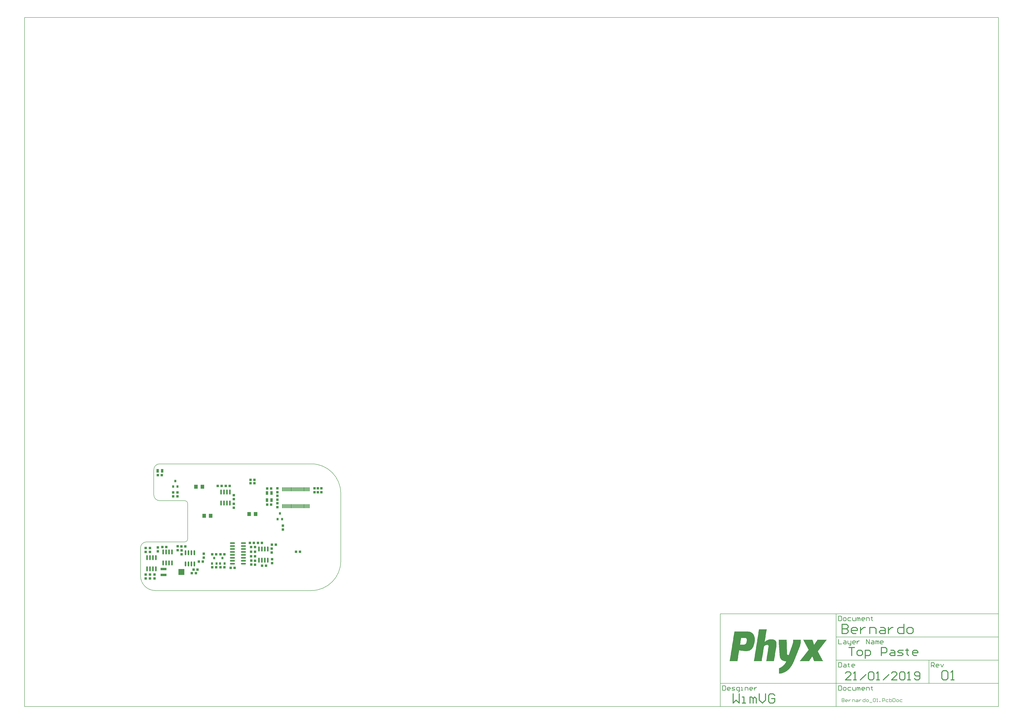
<source format=gtp>
G04*
G04 #@! TF.GenerationSoftware,Altium Limited,Altium Designer,18.1.9 (240)*
G04*
G04 Layer_Color=8421504*
%FSLAX25Y25*%
%MOIN*%
G70*
G01*
G75*
%ADD11C,0.00984*%
%ADD12C,0.00787*%
%ADD13C,0.00591*%
%ADD15C,0.01575*%
%ADD16R,0.03347X0.03937*%
%ADD17R,0.03347X0.03937*%
%ADD18R,0.04331X0.03937*%
%ADD19O,0.02362X0.08661*%
%ADD20R,0.06299X0.07087*%
%ADD21R,0.03937X0.04331*%
%ADD22O,0.08661X0.02362*%
%ADD23R,0.09843X0.03937*%
%ADD24R,0.09843X0.09843*%
%ADD25R,0.03937X0.05906*%
%ADD26R,0.01181X0.06890*%
G36*
X1032036Y-69688D02*
X1033754D01*
Y-69974D01*
X1034613D01*
Y-70260D01*
X1035472D01*
Y-70547D01*
X1036331D01*
Y-70833D01*
X1036904D01*
Y-71119D01*
X1037190D01*
Y-71406D01*
X1037763D01*
Y-71692D01*
X1038049D01*
Y-71978D01*
X1038622D01*
Y-72264D01*
X1038908D01*
Y-72551D01*
X1039194D01*
Y-72837D01*
X1039480D01*
Y-73123D01*
X1039767D01*
Y-73410D01*
X1040053D01*
Y-73696D01*
X1040339D01*
Y-73982D01*
Y-74269D01*
X1040626D01*
Y-74555D01*
X1040912D01*
Y-74841D01*
Y-75128D01*
X1041198D01*
Y-75414D01*
X1041485D01*
Y-75700D01*
Y-75987D01*
X1041771D01*
Y-76273D01*
Y-76559D01*
Y-76846D01*
X1042057D01*
Y-77132D01*
Y-77418D01*
Y-77704D01*
X1042344D01*
Y-77991D01*
Y-78277D01*
Y-78563D01*
Y-78850D01*
X1042630D01*
Y-79136D01*
Y-79422D01*
Y-79709D01*
Y-79995D01*
Y-80281D01*
X1042916D01*
Y-80568D01*
Y-80854D01*
Y-81140D01*
Y-81427D01*
Y-81713D01*
Y-81999D01*
Y-82285D01*
Y-82572D01*
Y-82858D01*
Y-83144D01*
Y-83431D01*
Y-83717D01*
Y-84003D01*
Y-84290D01*
Y-84576D01*
Y-84862D01*
Y-85149D01*
Y-85435D01*
Y-85721D01*
Y-86007D01*
X1042630D01*
Y-86294D01*
Y-86580D01*
Y-86866D01*
Y-87153D01*
Y-87439D01*
Y-87725D01*
Y-88012D01*
X1042344D01*
Y-88298D01*
Y-88584D01*
Y-88871D01*
Y-89157D01*
Y-89443D01*
X1042057D01*
Y-89730D01*
Y-90016D01*
Y-90302D01*
Y-90588D01*
Y-90875D01*
X1041771D01*
Y-91161D01*
Y-91448D01*
Y-91734D01*
X1041485D01*
Y-92020D01*
Y-92306D01*
Y-92593D01*
Y-92879D01*
X1041198D01*
Y-93165D01*
Y-93452D01*
Y-93738D01*
X1040912D01*
Y-94024D01*
Y-94311D01*
X1040626D01*
Y-94597D01*
Y-94883D01*
Y-95170D01*
X1040339D01*
Y-95456D01*
Y-95742D01*
X1040053D01*
Y-96029D01*
Y-96315D01*
X1039767D01*
Y-96601D01*
Y-96887D01*
X1039480D01*
Y-97174D01*
X1039194D01*
Y-97460D01*
Y-97746D01*
X1038908D01*
Y-98033D01*
X1038622D01*
Y-98319D01*
X1038335D01*
Y-98605D01*
Y-98892D01*
X1038049D01*
Y-99178D01*
X1037763D01*
Y-99464D01*
X1037476D01*
Y-99751D01*
X1037190D01*
Y-100037D01*
X1036904D01*
Y-100323D01*
X1036331D01*
Y-100610D01*
X1036045D01*
Y-100896D01*
X1035472D01*
Y-101182D01*
X1035186D01*
Y-101468D01*
X1034613D01*
Y-101755D01*
X1033754D01*
Y-102041D01*
X1032895D01*
Y-102327D01*
X1032036D01*
Y-102614D01*
X1030318D01*
Y-102900D01*
X1025165D01*
Y-102614D01*
X1022588D01*
Y-102327D01*
X1020584D01*
Y-102041D01*
X1019152D01*
Y-101755D01*
X1017721D01*
Y-101468D01*
X1016289D01*
Y-101755D01*
Y-102041D01*
Y-102327D01*
Y-102614D01*
Y-102900D01*
Y-103186D01*
Y-103473D01*
X1016003D01*
Y-103759D01*
Y-104045D01*
Y-104332D01*
Y-104618D01*
Y-104904D01*
Y-105191D01*
X1015716D01*
Y-105477D01*
Y-105763D01*
Y-106049D01*
Y-106336D01*
Y-106622D01*
Y-106908D01*
X1015430D01*
Y-107195D01*
Y-107481D01*
Y-107767D01*
Y-108054D01*
Y-108340D01*
Y-108626D01*
Y-108913D01*
X1015144D01*
Y-109199D01*
Y-109485D01*
Y-109772D01*
Y-110058D01*
Y-110344D01*
Y-110630D01*
X1014857D01*
Y-110917D01*
Y-111203D01*
Y-111489D01*
Y-111776D01*
Y-112062D01*
Y-112348D01*
X1014571D01*
Y-112635D01*
Y-112921D01*
Y-113207D01*
Y-113494D01*
Y-113780D01*
Y-114066D01*
Y-114353D01*
X1014285D01*
Y-114639D01*
Y-114925D01*
Y-115211D01*
Y-115498D01*
Y-115784D01*
Y-116070D01*
X1013999D01*
Y-116357D01*
Y-116643D01*
Y-116929D01*
Y-117216D01*
Y-117502D01*
Y-117788D01*
X1013712D01*
Y-118075D01*
Y-118361D01*
Y-118647D01*
Y-118933D01*
Y-119220D01*
Y-119506D01*
Y-119792D01*
X1000256D01*
Y-119506D01*
X1000542D01*
Y-119220D01*
Y-118933D01*
Y-118647D01*
Y-118361D01*
Y-118075D01*
X1000828D01*
Y-117788D01*
Y-117502D01*
Y-117216D01*
Y-116929D01*
Y-116643D01*
Y-116357D01*
Y-116070D01*
X1001114D01*
Y-115784D01*
Y-115498D01*
Y-115211D01*
Y-114925D01*
Y-114639D01*
Y-114353D01*
X1001401D01*
Y-114066D01*
Y-113780D01*
Y-113494D01*
Y-113207D01*
Y-112921D01*
Y-112635D01*
X1001687D01*
Y-112348D01*
Y-112062D01*
Y-111776D01*
Y-111489D01*
Y-111203D01*
Y-110917D01*
Y-110630D01*
X1001974D01*
Y-110344D01*
Y-110058D01*
Y-109772D01*
Y-109485D01*
Y-109199D01*
Y-108913D01*
X1002260D01*
Y-108626D01*
Y-108340D01*
Y-108054D01*
Y-107767D01*
Y-107481D01*
Y-107195D01*
X1002546D01*
Y-106908D01*
Y-106622D01*
Y-106336D01*
Y-106049D01*
Y-105763D01*
Y-105477D01*
X1002832D01*
Y-105191D01*
Y-104904D01*
Y-104618D01*
Y-104332D01*
Y-104045D01*
Y-103759D01*
Y-103473D01*
X1003119D01*
Y-103186D01*
Y-102900D01*
Y-102614D01*
Y-102327D01*
Y-102041D01*
Y-101755D01*
X1003405D01*
Y-101468D01*
Y-101182D01*
Y-100896D01*
Y-100610D01*
Y-100323D01*
Y-100037D01*
X1003691D01*
Y-99751D01*
Y-99464D01*
Y-99178D01*
Y-98892D01*
Y-98605D01*
Y-98319D01*
X1003978D01*
Y-98033D01*
Y-97746D01*
Y-97460D01*
Y-97174D01*
Y-96887D01*
Y-96601D01*
Y-96315D01*
X1004264D01*
Y-96029D01*
Y-95742D01*
Y-95456D01*
Y-95170D01*
Y-94883D01*
Y-94597D01*
X1004550D01*
Y-94311D01*
Y-94024D01*
Y-93738D01*
Y-93452D01*
Y-93165D01*
Y-92879D01*
X1004837D01*
Y-92593D01*
Y-92306D01*
Y-92020D01*
Y-91734D01*
Y-91448D01*
Y-91161D01*
Y-90875D01*
X1005123D01*
Y-90588D01*
Y-90302D01*
Y-90016D01*
Y-89730D01*
Y-89443D01*
Y-89157D01*
X1005409D01*
Y-88871D01*
Y-88584D01*
Y-88298D01*
Y-88012D01*
Y-87725D01*
Y-87439D01*
X1005696D01*
Y-87153D01*
Y-86866D01*
Y-86580D01*
Y-86294D01*
Y-86007D01*
Y-85721D01*
X1005982D01*
Y-85435D01*
Y-85149D01*
Y-84862D01*
Y-84576D01*
Y-84290D01*
Y-84003D01*
Y-83717D01*
X1006268D01*
Y-83431D01*
Y-83144D01*
Y-82858D01*
Y-82572D01*
Y-82285D01*
Y-81999D01*
X1006555D01*
Y-81713D01*
Y-81427D01*
Y-81140D01*
Y-80854D01*
Y-80568D01*
Y-80281D01*
X1006841D01*
Y-79995D01*
Y-79709D01*
Y-79422D01*
Y-79136D01*
Y-78850D01*
Y-78563D01*
Y-78277D01*
X1007127D01*
Y-77991D01*
Y-77704D01*
Y-77418D01*
Y-77132D01*
Y-76846D01*
Y-76559D01*
X1007413D01*
Y-76273D01*
Y-75987D01*
Y-75700D01*
Y-75414D01*
Y-75128D01*
Y-74841D01*
X1007700D01*
Y-74555D01*
Y-74269D01*
Y-73982D01*
Y-73696D01*
Y-73410D01*
Y-73123D01*
Y-72837D01*
X1007986D01*
Y-72551D01*
Y-72264D01*
Y-71978D01*
Y-71692D01*
Y-71406D01*
Y-71119D01*
X1008272D01*
Y-70833D01*
Y-70547D01*
Y-70260D01*
Y-69974D01*
Y-69688D01*
Y-69401D01*
X1032036D01*
Y-69688D01*
D02*
G37*
G36*
X1063244Y-66252D02*
Y-66538D01*
X1062958D01*
Y-66825D01*
Y-67111D01*
Y-67397D01*
Y-67684D01*
Y-67970D01*
Y-68256D01*
X1062672D01*
Y-68542D01*
Y-68829D01*
Y-69115D01*
Y-69401D01*
Y-69688D01*
Y-69974D01*
X1062385D01*
Y-70260D01*
Y-70547D01*
Y-70833D01*
Y-71119D01*
Y-71406D01*
Y-71692D01*
Y-71978D01*
X1062099D01*
Y-72264D01*
Y-72551D01*
Y-72837D01*
Y-73123D01*
Y-73410D01*
Y-73696D01*
X1061813D01*
Y-73982D01*
Y-74269D01*
Y-74555D01*
Y-74841D01*
Y-75128D01*
Y-75414D01*
X1061526D01*
Y-75700D01*
Y-75987D01*
Y-76273D01*
Y-76559D01*
Y-76846D01*
Y-77132D01*
Y-77418D01*
X1061240D01*
Y-77704D01*
Y-77991D01*
Y-78277D01*
Y-78563D01*
Y-78850D01*
Y-79136D01*
X1060954D01*
Y-79422D01*
Y-79709D01*
Y-79995D01*
Y-80281D01*
Y-80568D01*
Y-80854D01*
X1060668D01*
Y-81140D01*
Y-81427D01*
Y-81713D01*
Y-81999D01*
Y-82285D01*
Y-82572D01*
X1060381D01*
Y-82858D01*
Y-83144D01*
Y-83431D01*
Y-83717D01*
Y-84003D01*
Y-84290D01*
Y-84576D01*
X1060095D01*
Y-84862D01*
Y-85149D01*
Y-85435D01*
Y-85721D01*
Y-86007D01*
Y-86294D01*
X1059809D01*
Y-86580D01*
Y-86866D01*
X1060381D01*
Y-86580D01*
X1060668D01*
Y-86294D01*
X1060954D01*
Y-86007D01*
X1061526D01*
Y-85721D01*
X1061813D01*
Y-85435D01*
X1062099D01*
Y-85149D01*
X1062672D01*
Y-84862D01*
X1063244D01*
Y-84576D01*
X1063531D01*
Y-84290D01*
X1064103D01*
Y-84003D01*
X1064962D01*
Y-83717D01*
X1065535D01*
Y-83431D01*
X1066394D01*
Y-83144D01*
X1067825D01*
Y-82858D01*
X1074124D01*
Y-83144D01*
X1075270D01*
Y-83431D01*
X1076128D01*
Y-83717D01*
X1076701D01*
Y-84003D01*
X1076987D01*
Y-84290D01*
X1077560D01*
Y-84576D01*
X1077846D01*
Y-84862D01*
X1078133D01*
Y-85149D01*
X1078419D01*
Y-85435D01*
X1078705D01*
Y-85721D01*
Y-86007D01*
X1078992D01*
Y-86294D01*
Y-86580D01*
X1079278D01*
Y-86866D01*
Y-87153D01*
Y-87439D01*
X1079564D01*
Y-87725D01*
Y-88012D01*
Y-88298D01*
Y-88584D01*
X1079850D01*
Y-88871D01*
Y-89157D01*
Y-89443D01*
Y-89730D01*
Y-90016D01*
Y-90302D01*
Y-90588D01*
Y-90875D01*
Y-91161D01*
Y-91448D01*
Y-91734D01*
Y-92020D01*
Y-92306D01*
Y-92593D01*
Y-92879D01*
Y-93165D01*
Y-93452D01*
Y-93738D01*
X1079564D01*
Y-94024D01*
Y-94311D01*
Y-94597D01*
Y-94883D01*
Y-95170D01*
Y-95456D01*
Y-95742D01*
X1079278D01*
Y-96029D01*
Y-96315D01*
Y-96601D01*
Y-96887D01*
Y-97174D01*
Y-97460D01*
Y-97746D01*
X1078992D01*
Y-98033D01*
Y-98319D01*
Y-98605D01*
Y-98892D01*
Y-99178D01*
Y-99464D01*
X1078705D01*
Y-99751D01*
Y-100037D01*
Y-100323D01*
Y-100610D01*
Y-100896D01*
Y-101182D01*
X1078419D01*
Y-101468D01*
Y-101755D01*
Y-102041D01*
Y-102327D01*
Y-102614D01*
Y-102900D01*
X1078133D01*
Y-103186D01*
Y-103473D01*
Y-103759D01*
Y-104045D01*
Y-104332D01*
Y-104618D01*
Y-104904D01*
X1077846D01*
Y-105191D01*
Y-105477D01*
Y-105763D01*
Y-106049D01*
Y-106336D01*
Y-106622D01*
X1077560D01*
Y-106908D01*
Y-107195D01*
Y-107481D01*
Y-107767D01*
Y-108054D01*
Y-108340D01*
X1077274D01*
Y-108626D01*
Y-108913D01*
Y-109199D01*
Y-109485D01*
Y-109772D01*
Y-110058D01*
Y-110344D01*
X1076987D01*
Y-110630D01*
Y-110917D01*
Y-111203D01*
Y-111489D01*
Y-111776D01*
Y-112062D01*
X1076701D01*
Y-112348D01*
Y-112635D01*
Y-112921D01*
Y-113207D01*
Y-113494D01*
Y-113780D01*
X1076415D01*
Y-114066D01*
Y-114353D01*
Y-114639D01*
Y-114925D01*
Y-115211D01*
Y-115498D01*
X1076128D01*
Y-115784D01*
Y-116070D01*
Y-116357D01*
Y-116643D01*
Y-116929D01*
Y-117216D01*
Y-117502D01*
X1075842D01*
Y-117788D01*
Y-118075D01*
Y-118361D01*
Y-118647D01*
Y-118933D01*
Y-119220D01*
X1075556D01*
Y-119506D01*
Y-119792D01*
X1062385D01*
Y-119506D01*
Y-119220D01*
X1062672D01*
Y-118933D01*
Y-118647D01*
Y-118361D01*
Y-118075D01*
Y-117788D01*
Y-117502D01*
X1062958D01*
Y-117216D01*
Y-116929D01*
Y-116643D01*
Y-116357D01*
Y-116070D01*
Y-115784D01*
Y-115498D01*
X1063244D01*
Y-115211D01*
Y-114925D01*
Y-114639D01*
Y-114353D01*
Y-114066D01*
Y-113780D01*
X1063531D01*
Y-113494D01*
Y-113207D01*
Y-112921D01*
Y-112635D01*
Y-112348D01*
Y-112062D01*
X1063817D01*
Y-111776D01*
Y-111489D01*
Y-111203D01*
Y-110917D01*
Y-110630D01*
Y-110344D01*
Y-110058D01*
X1064103D01*
Y-109772D01*
Y-109485D01*
Y-109199D01*
Y-108913D01*
Y-108626D01*
Y-108340D01*
X1064390D01*
Y-108054D01*
Y-107767D01*
Y-107481D01*
Y-107195D01*
Y-106908D01*
Y-106622D01*
Y-106336D01*
X1064676D01*
Y-106049D01*
Y-105763D01*
Y-105477D01*
Y-105191D01*
Y-104904D01*
Y-104618D01*
X1064962D01*
Y-104332D01*
Y-104045D01*
Y-103759D01*
Y-103473D01*
Y-103186D01*
Y-102900D01*
X1065249D01*
Y-102614D01*
Y-102327D01*
Y-102041D01*
Y-101755D01*
Y-101468D01*
Y-101182D01*
X1065535D01*
Y-100896D01*
Y-100610D01*
Y-100323D01*
Y-100037D01*
Y-99751D01*
Y-99464D01*
Y-99178D01*
X1065821D01*
Y-98892D01*
Y-98605D01*
Y-98319D01*
Y-98033D01*
Y-97746D01*
Y-97460D01*
X1066107D01*
Y-97174D01*
Y-96887D01*
Y-96601D01*
Y-96315D01*
Y-96029D01*
Y-95742D01*
Y-95456D01*
X1066394D01*
Y-95170D01*
Y-94883D01*
Y-94597D01*
Y-94311D01*
Y-94024D01*
Y-93738D01*
X1066107D01*
Y-93452D01*
Y-93165D01*
X1065821D01*
Y-92879D01*
X1065535D01*
Y-92593D01*
X1064962D01*
Y-92306D01*
X1063244D01*
Y-92593D01*
X1061813D01*
Y-92879D01*
X1060954D01*
Y-93165D01*
X1060381D01*
Y-93452D01*
X1060095D01*
Y-93738D01*
X1059522D01*
Y-94024D01*
X1059236D01*
Y-94311D01*
X1058950D01*
Y-94597D01*
Y-94883D01*
X1058663D01*
Y-95170D01*
Y-95456D01*
Y-95742D01*
X1058377D01*
Y-96029D01*
Y-96315D01*
Y-96601D01*
Y-96887D01*
Y-97174D01*
Y-97460D01*
X1058091D01*
Y-97746D01*
Y-98033D01*
Y-98319D01*
Y-98605D01*
Y-98892D01*
Y-99178D01*
Y-99464D01*
X1057804D01*
Y-99751D01*
Y-100037D01*
Y-100323D01*
Y-100610D01*
Y-100896D01*
Y-101182D01*
X1057518D01*
Y-101468D01*
Y-101755D01*
Y-102041D01*
Y-102327D01*
Y-102614D01*
Y-102900D01*
X1057232D01*
Y-103186D01*
Y-103473D01*
Y-103759D01*
Y-104045D01*
Y-104332D01*
Y-104618D01*
X1056946D01*
Y-104904D01*
Y-105191D01*
Y-105477D01*
Y-105763D01*
Y-106049D01*
Y-106336D01*
Y-106622D01*
X1056659D01*
Y-106908D01*
Y-107195D01*
Y-107481D01*
Y-107767D01*
Y-108054D01*
Y-108340D01*
X1056373D01*
Y-108626D01*
Y-108913D01*
Y-109199D01*
Y-109485D01*
Y-109772D01*
Y-110058D01*
X1056087D01*
Y-110344D01*
Y-110630D01*
Y-110917D01*
Y-111203D01*
Y-111489D01*
Y-111776D01*
Y-112062D01*
X1055800D01*
Y-112348D01*
Y-112635D01*
Y-112921D01*
Y-113207D01*
Y-113494D01*
Y-113780D01*
X1055514D01*
Y-114066D01*
Y-114353D01*
Y-114639D01*
Y-114925D01*
Y-115211D01*
Y-115498D01*
X1055228D01*
Y-115784D01*
Y-116070D01*
Y-116357D01*
Y-116643D01*
Y-116929D01*
Y-117216D01*
X1054941D01*
Y-117502D01*
Y-117788D01*
Y-118075D01*
Y-118361D01*
Y-118647D01*
Y-118933D01*
Y-119220D01*
X1054655D01*
Y-119506D01*
Y-119792D01*
X1041485D01*
Y-119506D01*
Y-119220D01*
X1041771D01*
Y-118933D01*
Y-118647D01*
Y-118361D01*
Y-118075D01*
Y-117788D01*
Y-117502D01*
Y-117216D01*
X1042057D01*
Y-116929D01*
Y-116643D01*
Y-116357D01*
Y-116070D01*
Y-115784D01*
Y-115498D01*
X1042344D01*
Y-115211D01*
Y-114925D01*
Y-114639D01*
Y-114353D01*
Y-114066D01*
Y-113780D01*
X1042630D01*
Y-113494D01*
Y-113207D01*
Y-112921D01*
Y-112635D01*
Y-112348D01*
Y-112062D01*
Y-111776D01*
X1042916D01*
Y-111489D01*
Y-111203D01*
Y-110917D01*
Y-110630D01*
Y-110344D01*
Y-110058D01*
X1043202D01*
Y-109772D01*
Y-109485D01*
Y-109199D01*
Y-108913D01*
Y-108626D01*
Y-108340D01*
X1043489D01*
Y-108054D01*
Y-107767D01*
Y-107481D01*
Y-107195D01*
Y-106908D01*
Y-106622D01*
X1043775D01*
Y-106336D01*
Y-106049D01*
Y-105763D01*
Y-105477D01*
Y-105191D01*
Y-104904D01*
Y-104618D01*
X1044061D01*
Y-104332D01*
Y-104045D01*
Y-103759D01*
Y-103473D01*
Y-103186D01*
Y-102900D01*
X1044348D01*
Y-102614D01*
Y-102327D01*
Y-102041D01*
Y-101755D01*
Y-101468D01*
Y-101182D01*
X1044634D01*
Y-100896D01*
Y-100610D01*
Y-100323D01*
Y-100037D01*
Y-99751D01*
Y-99464D01*
Y-99178D01*
X1044920D01*
Y-98892D01*
Y-98605D01*
Y-98319D01*
Y-98033D01*
Y-97746D01*
Y-97460D01*
X1045207D01*
Y-97174D01*
Y-96887D01*
Y-96601D01*
Y-96315D01*
Y-96029D01*
Y-95742D01*
X1045493D01*
Y-95456D01*
Y-95170D01*
Y-94883D01*
Y-94597D01*
Y-94311D01*
Y-94024D01*
X1045779D01*
Y-93738D01*
Y-93452D01*
Y-93165D01*
Y-92879D01*
Y-92593D01*
Y-92306D01*
Y-92020D01*
X1046066D01*
Y-91734D01*
Y-91448D01*
Y-91161D01*
Y-90875D01*
Y-90588D01*
Y-90302D01*
X1046352D01*
Y-90016D01*
Y-89730D01*
Y-89443D01*
Y-89157D01*
Y-88871D01*
Y-88584D01*
X1046638D01*
Y-88298D01*
Y-88012D01*
Y-87725D01*
Y-87439D01*
Y-87153D01*
Y-86866D01*
X1046925D01*
Y-86580D01*
Y-86294D01*
Y-86007D01*
Y-85721D01*
Y-85435D01*
Y-85149D01*
Y-84862D01*
X1047211D01*
Y-84576D01*
Y-84290D01*
Y-84003D01*
Y-83717D01*
Y-83431D01*
Y-83144D01*
X1047497D01*
Y-82858D01*
Y-82572D01*
Y-82285D01*
Y-81999D01*
Y-81713D01*
Y-81427D01*
X1047783D01*
Y-81140D01*
Y-80854D01*
Y-80568D01*
Y-80281D01*
Y-79995D01*
Y-79709D01*
Y-79422D01*
X1048070D01*
Y-79136D01*
Y-78850D01*
Y-78563D01*
Y-78277D01*
Y-77991D01*
Y-77704D01*
X1048356D01*
Y-77418D01*
Y-77132D01*
Y-76846D01*
Y-76559D01*
Y-76273D01*
Y-75987D01*
X1048642D01*
Y-75700D01*
Y-75414D01*
Y-75128D01*
Y-74841D01*
Y-74555D01*
Y-74269D01*
X1048929D01*
Y-73982D01*
Y-73696D01*
Y-73410D01*
Y-73123D01*
Y-72837D01*
Y-72551D01*
Y-72264D01*
X1049215D01*
Y-71978D01*
Y-71692D01*
Y-71406D01*
Y-71119D01*
Y-70833D01*
Y-70547D01*
X1049501D01*
Y-70260D01*
Y-69974D01*
Y-69688D01*
Y-69401D01*
Y-69115D01*
Y-68829D01*
X1049788D01*
Y-68542D01*
Y-68256D01*
Y-67970D01*
Y-67684D01*
Y-67397D01*
Y-67111D01*
Y-66825D01*
X1050074D01*
Y-66538D01*
Y-66252D01*
Y-65966D01*
X1063244D01*
Y-66252D01*
D02*
G37*
G36*
X1165172Y-83717D02*
X1164886D01*
Y-84003D01*
X1164599D01*
Y-84290D01*
Y-84576D01*
X1164313D01*
Y-84862D01*
X1164027D01*
Y-85149D01*
X1163740D01*
Y-85435D01*
Y-85721D01*
X1163454D01*
Y-86007D01*
X1163168D01*
Y-86294D01*
X1162881D01*
Y-86580D01*
X1162595D01*
Y-86866D01*
Y-87153D01*
X1162309D01*
Y-87439D01*
X1162022D01*
Y-87725D01*
X1161736D01*
Y-88012D01*
Y-88298D01*
X1161450D01*
Y-88584D01*
X1161163D01*
Y-88871D01*
X1160877D01*
Y-89157D01*
X1160591D01*
Y-89443D01*
Y-89730D01*
X1160305D01*
Y-90016D01*
X1160018D01*
Y-90302D01*
X1159732D01*
Y-90588D01*
Y-90875D01*
X1159445D01*
Y-91161D01*
X1159159D01*
Y-91448D01*
X1158873D01*
Y-91734D01*
Y-92020D01*
X1158587D01*
Y-92306D01*
X1158300D01*
Y-92593D01*
X1158014D01*
Y-92879D01*
X1157728D01*
Y-93165D01*
Y-93452D01*
X1157441D01*
Y-93738D01*
X1157155D01*
Y-94024D01*
X1156869D01*
Y-94311D01*
Y-94597D01*
X1156582D01*
Y-94883D01*
X1156296D01*
Y-95170D01*
X1156010D01*
Y-95456D01*
Y-95742D01*
X1155723D01*
Y-96029D01*
X1155437D01*
Y-96315D01*
X1155151D01*
Y-96601D01*
X1154865D01*
Y-96887D01*
Y-97174D01*
X1154578D01*
Y-97460D01*
X1154292D01*
Y-97746D01*
X1154006D01*
Y-98033D01*
Y-98319D01*
X1153719D01*
Y-98605D01*
X1153433D01*
Y-98892D01*
X1153147D01*
Y-99178D01*
Y-99464D01*
X1152860D01*
Y-99751D01*
X1152574D01*
Y-100037D01*
X1152288D01*
Y-100323D01*
X1152001D01*
Y-100610D01*
Y-100896D01*
X1151715D01*
Y-101182D01*
X1151429D01*
Y-101468D01*
X1151142D01*
Y-101755D01*
Y-102041D01*
X1150856D01*
Y-102327D01*
X1150570D01*
Y-102614D01*
X1150284D01*
Y-102900D01*
X1149997D01*
Y-103186D01*
Y-103473D01*
X1150284D01*
Y-103759D01*
Y-104045D01*
X1150570D01*
Y-104332D01*
Y-104618D01*
X1150856D01*
Y-104904D01*
X1151142D01*
Y-105191D01*
Y-105477D01*
X1151429D01*
Y-105763D01*
Y-106049D01*
X1151715D01*
Y-106336D01*
Y-106622D01*
X1152001D01*
Y-106908D01*
Y-107195D01*
X1152288D01*
Y-107481D01*
Y-107767D01*
X1152574D01*
Y-108054D01*
Y-108340D01*
X1152860D01*
Y-108626D01*
Y-108913D01*
X1153147D01*
Y-109199D01*
Y-109485D01*
X1153433D01*
Y-109772D01*
X1153719D01*
Y-110058D01*
Y-110344D01*
X1154006D01*
Y-110630D01*
Y-110917D01*
X1154292D01*
Y-111203D01*
Y-111489D01*
X1154578D01*
Y-111776D01*
Y-112062D01*
X1154865D01*
Y-112348D01*
Y-112635D01*
X1155151D01*
Y-112921D01*
Y-113207D01*
X1155437D01*
Y-113494D01*
Y-113780D01*
X1155723D01*
Y-114066D01*
X1156010D01*
Y-114353D01*
Y-114639D01*
X1156296D01*
Y-114925D01*
Y-115211D01*
X1156582D01*
Y-115498D01*
Y-115784D01*
X1156869D01*
Y-116070D01*
Y-116357D01*
X1157155D01*
Y-116643D01*
Y-116929D01*
X1157441D01*
Y-117216D01*
Y-117502D01*
X1157728D01*
Y-117788D01*
Y-118075D01*
X1158014D01*
Y-118361D01*
X1158300D01*
Y-118647D01*
Y-118933D01*
X1158587D01*
Y-119220D01*
Y-119506D01*
X1158873D01*
Y-119792D01*
X1143698D01*
Y-119506D01*
X1143412D01*
Y-119220D01*
Y-118933D01*
Y-118647D01*
X1143126D01*
Y-118361D01*
Y-118075D01*
Y-117788D01*
X1142839D01*
Y-117502D01*
Y-117216D01*
X1142553D01*
Y-116929D01*
Y-116643D01*
Y-116357D01*
X1142267D01*
Y-116070D01*
Y-115784D01*
Y-115498D01*
X1141980D01*
Y-115211D01*
Y-114925D01*
X1141694D01*
Y-114639D01*
Y-114353D01*
Y-114066D01*
X1141408D01*
Y-113780D01*
Y-113494D01*
Y-113207D01*
X1141121D01*
Y-112921D01*
Y-112635D01*
Y-112348D01*
X1140835D01*
Y-112062D01*
X1140263D01*
Y-112348D01*
Y-112635D01*
X1139976D01*
Y-112921D01*
X1139690D01*
Y-113207D01*
Y-113494D01*
X1139404D01*
Y-113780D01*
X1139117D01*
Y-114066D01*
Y-114353D01*
X1138831D01*
Y-114639D01*
X1138545D01*
Y-114925D01*
Y-115211D01*
X1138258D01*
Y-115498D01*
X1137972D01*
Y-115784D01*
X1137686D01*
Y-116070D01*
Y-116357D01*
X1137399D01*
Y-116643D01*
X1137113D01*
Y-116929D01*
Y-117216D01*
X1136827D01*
Y-117502D01*
X1136541D01*
Y-117788D01*
Y-118075D01*
X1136254D01*
Y-118361D01*
X1135968D01*
Y-118647D01*
Y-118933D01*
X1135682D01*
Y-119220D01*
X1135395D01*
Y-119506D01*
Y-119792D01*
X1119362D01*
Y-119506D01*
X1119648D01*
Y-119220D01*
X1119934D01*
Y-118933D01*
X1120221D01*
Y-118647D01*
X1120507D01*
Y-118361D01*
Y-118075D01*
X1120793D01*
Y-117788D01*
X1121080D01*
Y-117502D01*
X1121366D01*
Y-117216D01*
X1121652D01*
Y-116929D01*
Y-116643D01*
X1121939D01*
Y-116357D01*
X1122225D01*
Y-116070D01*
X1122511D01*
Y-115784D01*
Y-115498D01*
X1122797D01*
Y-115211D01*
X1123084D01*
Y-114925D01*
X1123370D01*
Y-114639D01*
X1123656D01*
Y-114353D01*
Y-114066D01*
X1123943D01*
Y-113780D01*
X1124229D01*
Y-113494D01*
X1124515D01*
Y-113207D01*
X1124802D01*
Y-112921D01*
Y-112635D01*
X1125088D01*
Y-112348D01*
X1125374D01*
Y-112062D01*
X1125661D01*
Y-111776D01*
Y-111489D01*
X1125947D01*
Y-111203D01*
X1126233D01*
Y-110917D01*
X1126519D01*
Y-110630D01*
X1126806D01*
Y-110344D01*
Y-110058D01*
X1127092D01*
Y-109772D01*
X1127378D01*
Y-109485D01*
X1127665D01*
Y-109199D01*
Y-108913D01*
X1127951D01*
Y-108626D01*
X1128237D01*
Y-108340D01*
X1128524D01*
Y-108054D01*
X1128810D01*
Y-107767D01*
Y-107481D01*
X1129096D01*
Y-107195D01*
X1129383D01*
Y-106908D01*
X1129669D01*
Y-106622D01*
Y-106336D01*
X1129955D01*
Y-106049D01*
X1130242D01*
Y-105763D01*
X1130528D01*
Y-105477D01*
X1130814D01*
Y-105191D01*
Y-104904D01*
X1131100D01*
Y-104618D01*
X1131387D01*
Y-104332D01*
X1131673D01*
Y-104045D01*
X1131960D01*
Y-103759D01*
Y-103473D01*
X1132246D01*
Y-103186D01*
X1132532D01*
Y-102900D01*
X1132818D01*
Y-102614D01*
Y-102327D01*
X1133105D01*
Y-102041D01*
X1133391D01*
Y-101755D01*
X1133677D01*
Y-101468D01*
X1133964D01*
Y-101182D01*
Y-100896D01*
X1134250D01*
Y-100610D01*
Y-100323D01*
Y-100037D01*
X1133964D01*
Y-99751D01*
X1133677D01*
Y-99464D01*
Y-99178D01*
X1133391D01*
Y-98892D01*
Y-98605D01*
X1133105D01*
Y-98319D01*
Y-98033D01*
X1132818D01*
Y-97746D01*
Y-97460D01*
X1132532D01*
Y-97174D01*
Y-96887D01*
X1132246D01*
Y-96601D01*
Y-96315D01*
X1131960D01*
Y-96029D01*
X1131673D01*
Y-95742D01*
Y-95456D01*
X1131387D01*
Y-95170D01*
Y-94883D01*
X1131100D01*
Y-94597D01*
Y-94311D01*
X1130814D01*
Y-94024D01*
Y-93738D01*
X1130528D01*
Y-93452D01*
Y-93165D01*
X1130242D01*
Y-92879D01*
Y-92593D01*
X1129955D01*
Y-92306D01*
X1129669D01*
Y-92020D01*
Y-91734D01*
X1129383D01*
Y-91448D01*
Y-91161D01*
X1129096D01*
Y-90875D01*
Y-90588D01*
X1128810D01*
Y-90302D01*
Y-90016D01*
X1128524D01*
Y-89730D01*
Y-89443D01*
X1128237D01*
Y-89157D01*
Y-88871D01*
X1127951D01*
Y-88584D01*
Y-88298D01*
X1127665D01*
Y-88012D01*
X1127378D01*
Y-87725D01*
Y-87439D01*
X1127092D01*
Y-87153D01*
Y-86866D01*
X1126806D01*
Y-86580D01*
Y-86294D01*
X1126519D01*
Y-86007D01*
Y-85721D01*
X1126233D01*
Y-85435D01*
Y-85149D01*
X1125947D01*
Y-84862D01*
Y-84576D01*
X1125661D01*
Y-84290D01*
X1125374D01*
Y-84003D01*
Y-83717D01*
X1125088D01*
Y-83431D01*
X1140835D01*
Y-83717D01*
X1141121D01*
Y-84003D01*
Y-84290D01*
Y-84576D01*
X1141408D01*
Y-84862D01*
Y-85149D01*
Y-85435D01*
X1141694D01*
Y-85721D01*
Y-86007D01*
Y-86294D01*
X1141980D01*
Y-86580D01*
Y-86866D01*
Y-87153D01*
X1142267D01*
Y-87439D01*
Y-87725D01*
Y-88012D01*
X1142553D01*
Y-88298D01*
Y-88584D01*
Y-88871D01*
X1142839D01*
Y-89157D01*
Y-89443D01*
Y-89730D01*
X1143126D01*
Y-90016D01*
Y-90302D01*
Y-90588D01*
X1143412D01*
Y-90875D01*
Y-91161D01*
Y-91448D01*
Y-91734D01*
X1143985D01*
Y-91448D01*
X1144271D01*
Y-91161D01*
X1144557D01*
Y-90875D01*
Y-90588D01*
X1144844D01*
Y-90302D01*
X1145130D01*
Y-90016D01*
Y-89730D01*
X1145416D01*
Y-89443D01*
X1145702D01*
Y-89157D01*
Y-88871D01*
X1145989D01*
Y-88584D01*
X1146275D01*
Y-88298D01*
Y-88012D01*
X1146561D01*
Y-87725D01*
X1146848D01*
Y-87439D01*
Y-87153D01*
X1147134D01*
Y-86866D01*
X1147420D01*
Y-86580D01*
Y-86294D01*
X1147707D01*
Y-86007D01*
X1147993D01*
Y-85721D01*
Y-85435D01*
X1148279D01*
Y-85149D01*
X1148566D01*
Y-84862D01*
Y-84576D01*
X1148852D01*
Y-84290D01*
X1149138D01*
Y-84003D01*
Y-83717D01*
X1149425D01*
Y-83431D01*
X1165172D01*
Y-83717D01*
D02*
G37*
G36*
X1121080D02*
Y-84003D01*
Y-84290D01*
Y-84576D01*
Y-84862D01*
Y-85149D01*
Y-85435D01*
Y-85721D01*
Y-86007D01*
Y-86294D01*
Y-86580D01*
Y-86866D01*
Y-87153D01*
Y-87439D01*
Y-87725D01*
Y-88012D01*
Y-88298D01*
Y-88584D01*
Y-88871D01*
Y-89157D01*
Y-89443D01*
X1120793D01*
Y-89730D01*
Y-90016D01*
Y-90302D01*
Y-90588D01*
Y-90875D01*
X1120507D01*
Y-91161D01*
Y-91448D01*
Y-91734D01*
Y-92020D01*
X1120221D01*
Y-92306D01*
Y-92593D01*
Y-92879D01*
Y-93165D01*
X1119934D01*
Y-93452D01*
Y-93738D01*
Y-94024D01*
X1119648D01*
Y-94311D01*
Y-94597D01*
Y-94883D01*
X1119362D01*
Y-95170D01*
Y-95456D01*
Y-95742D01*
X1119075D01*
Y-96029D01*
Y-96315D01*
Y-96601D01*
X1118789D01*
Y-96887D01*
Y-97174D01*
X1118503D01*
Y-97460D01*
Y-97746D01*
X1118217D01*
Y-98033D01*
Y-98319D01*
Y-98605D01*
X1117930D01*
Y-98892D01*
Y-99178D01*
X1117644D01*
Y-99464D01*
Y-99751D01*
Y-100037D01*
X1117358D01*
Y-100323D01*
Y-100610D01*
X1117071D01*
Y-100896D01*
Y-101182D01*
Y-101468D01*
X1116785D01*
Y-101755D01*
Y-102041D01*
X1116499D01*
Y-102327D01*
Y-102614D01*
Y-102900D01*
X1116212D01*
Y-103186D01*
Y-103473D01*
X1115926D01*
Y-103759D01*
Y-104045D01*
Y-104332D01*
X1115640D01*
Y-104618D01*
Y-104904D01*
X1115353D01*
Y-105191D01*
Y-105477D01*
Y-105763D01*
X1115067D01*
Y-106049D01*
Y-106336D01*
X1114781D01*
Y-106622D01*
Y-106908D01*
Y-107195D01*
X1114494D01*
Y-107481D01*
Y-107767D01*
X1114208D01*
Y-108054D01*
Y-108340D01*
Y-108626D01*
X1113922D01*
Y-108913D01*
Y-109199D01*
X1113636D01*
Y-109485D01*
Y-109772D01*
Y-110058D01*
X1113349D01*
Y-110344D01*
Y-110630D01*
X1113063D01*
Y-110917D01*
Y-111203D01*
Y-111489D01*
X1112776D01*
Y-111776D01*
Y-112062D01*
X1112490D01*
Y-112348D01*
Y-112635D01*
Y-112921D01*
X1112204D01*
Y-113207D01*
Y-113494D01*
X1111918D01*
Y-113780D01*
Y-114066D01*
Y-114353D01*
X1111631D01*
Y-114639D01*
Y-114925D01*
X1111345D01*
Y-115211D01*
Y-115498D01*
Y-115784D01*
X1111059D01*
Y-116070D01*
Y-116357D01*
X1110772D01*
Y-116643D01*
Y-116929D01*
Y-117216D01*
X1110486D01*
Y-117502D01*
Y-117788D01*
X1110200D01*
Y-118075D01*
Y-118361D01*
Y-118647D01*
X1109913D01*
Y-118933D01*
Y-119220D01*
X1109627D01*
Y-119506D01*
Y-119792D01*
Y-120079D01*
X1109341D01*
Y-120365D01*
Y-120651D01*
X1109054D01*
Y-120938D01*
Y-121224D01*
X1108768D01*
Y-121510D01*
Y-121797D01*
X1108482D01*
Y-122083D01*
Y-122369D01*
Y-122656D01*
X1108195D01*
Y-122942D01*
X1107909D01*
Y-123228D01*
Y-123514D01*
Y-123801D01*
X1107623D01*
Y-124087D01*
X1107337D01*
Y-124373D01*
Y-124660D01*
X1107050D01*
Y-124946D01*
Y-125232D01*
X1106764D01*
Y-125519D01*
Y-125805D01*
X1106478D01*
Y-126091D01*
Y-126378D01*
X1106191D01*
Y-126664D01*
X1105905D01*
Y-126950D01*
Y-127237D01*
X1105619D01*
Y-127523D01*
Y-127809D01*
X1105332D01*
Y-128095D01*
X1105046D01*
Y-128382D01*
X1104760D01*
Y-128668D01*
Y-128954D01*
X1104473D01*
Y-129241D01*
X1104187D01*
Y-129527D01*
Y-129813D01*
X1103901D01*
Y-130100D01*
X1103615D01*
Y-130386D01*
X1103328D01*
Y-130672D01*
Y-130959D01*
X1103042D01*
Y-131245D01*
X1102756D01*
Y-131531D01*
X1102469D01*
Y-131818D01*
X1102183D01*
Y-132104D01*
X1101897D01*
Y-132390D01*
Y-132676D01*
X1101610D01*
Y-132963D01*
X1101324D01*
Y-133249D01*
X1101038D01*
Y-133535D01*
X1100751D01*
Y-133822D01*
X1100465D01*
Y-134108D01*
X1100179D01*
Y-134394D01*
X1099892D01*
Y-134681D01*
X1099320D01*
Y-134967D01*
X1099034D01*
Y-135253D01*
X1098747D01*
Y-135540D01*
X1098461D01*
Y-135826D01*
X1098175D01*
Y-136112D01*
X1097602D01*
Y-136399D01*
X1097316D01*
Y-136685D01*
X1096743D01*
Y-136971D01*
X1096457D01*
Y-137258D01*
X1095884D01*
Y-137544D01*
X1095598D01*
Y-137830D01*
X1095025D01*
Y-138117D01*
X1094452D01*
Y-138403D01*
X1093880D01*
Y-138689D01*
X1093307D01*
Y-138975D01*
X1092735D01*
Y-139262D01*
X1091876D01*
Y-139548D01*
X1091303D01*
Y-139834D01*
X1090444D01*
Y-140121D01*
X1089299D01*
Y-140407D01*
X1088154D01*
Y-140693D01*
X1086436D01*
Y-140980D01*
X1084432D01*
Y-141266D01*
X1084145D01*
Y-140980D01*
Y-140693D01*
Y-140407D01*
Y-140121D01*
Y-139834D01*
Y-139548D01*
Y-139262D01*
Y-138975D01*
Y-138689D01*
Y-138403D01*
Y-138117D01*
Y-137830D01*
Y-137544D01*
Y-137258D01*
Y-136971D01*
Y-136685D01*
Y-136399D01*
Y-136112D01*
Y-135826D01*
Y-135540D01*
Y-135253D01*
Y-134967D01*
Y-134681D01*
Y-134394D01*
Y-134108D01*
Y-133822D01*
Y-133535D01*
Y-133249D01*
Y-132963D01*
Y-132676D01*
Y-132390D01*
Y-132104D01*
Y-131818D01*
X1084718D01*
Y-131531D01*
X1085291D01*
Y-131245D01*
X1085863D01*
Y-130959D01*
X1086436D01*
Y-130672D01*
X1087008D01*
Y-130386D01*
X1087581D01*
Y-130100D01*
X1087867D01*
Y-129813D01*
X1088440D01*
Y-129527D01*
X1088726D01*
Y-129241D01*
X1089299D01*
Y-128954D01*
X1089585D01*
Y-128668D01*
X1089872D01*
Y-128382D01*
X1090444D01*
Y-128095D01*
X1090730D01*
Y-127809D01*
X1091017D01*
Y-127523D01*
X1091303D01*
Y-127237D01*
X1091589D01*
Y-126950D01*
X1091876D01*
Y-126664D01*
X1092162D01*
Y-126378D01*
X1092448D01*
Y-126091D01*
X1092735D01*
Y-125805D01*
X1093021D01*
Y-125519D01*
X1093307D01*
Y-125232D01*
X1093594D01*
Y-124946D01*
Y-124660D01*
X1093880D01*
Y-124373D01*
X1094166D01*
Y-124087D01*
X1094452D01*
Y-123801D01*
Y-123514D01*
X1094739D01*
Y-123228D01*
X1095025D01*
Y-122942D01*
Y-122656D01*
X1095311D01*
Y-122369D01*
Y-122083D01*
X1095598D01*
Y-121797D01*
X1095884D01*
Y-121510D01*
Y-121224D01*
X1096170D01*
Y-120938D01*
Y-120651D01*
X1096457D01*
Y-120365D01*
Y-120079D01*
X1094739D01*
Y-119792D01*
X1092735D01*
Y-119506D01*
X1091589D01*
Y-119220D01*
X1091017D01*
Y-118933D01*
X1090158D01*
Y-118647D01*
X1089585D01*
Y-118361D01*
X1089299D01*
Y-118075D01*
X1088726D01*
Y-117788D01*
X1088440D01*
Y-117502D01*
X1088154D01*
Y-117216D01*
X1087867D01*
Y-116929D01*
X1087581D01*
Y-116643D01*
X1087295D01*
Y-116357D01*
Y-116070D01*
X1087008D01*
Y-115784D01*
X1086722D01*
Y-115498D01*
Y-115211D01*
X1086436D01*
Y-114925D01*
Y-114639D01*
X1086149D01*
Y-114353D01*
Y-114066D01*
X1085863D01*
Y-113780D01*
Y-113494D01*
Y-113207D01*
X1085577D01*
Y-112921D01*
Y-112635D01*
Y-112348D01*
Y-112062D01*
X1085291D01*
Y-111776D01*
Y-111489D01*
Y-111203D01*
Y-110917D01*
Y-110630D01*
Y-110344D01*
Y-110058D01*
X1085004D01*
Y-109772D01*
Y-109485D01*
Y-109199D01*
Y-108913D01*
Y-108626D01*
Y-108340D01*
Y-108054D01*
Y-107767D01*
Y-107481D01*
Y-107195D01*
Y-106908D01*
Y-106622D01*
Y-106336D01*
Y-106049D01*
Y-105763D01*
X1084718D01*
Y-105477D01*
Y-105191D01*
Y-104904D01*
Y-104618D01*
Y-104332D01*
Y-104045D01*
Y-103759D01*
Y-103473D01*
Y-103186D01*
Y-102900D01*
Y-102614D01*
Y-102327D01*
Y-102041D01*
Y-101755D01*
Y-101468D01*
X1084432D01*
Y-101182D01*
Y-100896D01*
Y-100610D01*
Y-100323D01*
Y-100037D01*
Y-99751D01*
Y-99464D01*
Y-99178D01*
Y-98892D01*
Y-98605D01*
Y-98319D01*
Y-98033D01*
Y-97746D01*
Y-97460D01*
Y-97174D01*
Y-96887D01*
X1084145D01*
Y-96601D01*
Y-96315D01*
Y-96029D01*
Y-95742D01*
Y-95456D01*
Y-95170D01*
Y-94883D01*
Y-94597D01*
Y-94311D01*
Y-94024D01*
Y-93738D01*
Y-93452D01*
Y-93165D01*
Y-92879D01*
Y-92593D01*
Y-92306D01*
X1083859D01*
Y-92020D01*
Y-91734D01*
Y-91448D01*
Y-91161D01*
Y-90875D01*
Y-90588D01*
Y-90302D01*
Y-90016D01*
Y-89730D01*
Y-89443D01*
Y-89157D01*
Y-88871D01*
Y-88584D01*
Y-88298D01*
X1083573D01*
Y-88012D01*
Y-87725D01*
Y-87439D01*
Y-87153D01*
Y-86866D01*
Y-86580D01*
Y-86294D01*
Y-86007D01*
Y-85721D01*
Y-85435D01*
Y-85149D01*
Y-84862D01*
Y-84576D01*
Y-84290D01*
Y-84003D01*
Y-83717D01*
X1083286D01*
Y-83431D01*
X1097029D01*
Y-83717D01*
Y-84003D01*
Y-84290D01*
Y-84576D01*
Y-84862D01*
Y-85149D01*
Y-85435D01*
Y-85721D01*
Y-86007D01*
Y-86294D01*
Y-86580D01*
Y-86866D01*
Y-87153D01*
Y-87439D01*
X1097316D01*
Y-87725D01*
Y-88012D01*
Y-88298D01*
Y-88584D01*
Y-88871D01*
Y-89157D01*
Y-89443D01*
Y-89730D01*
Y-90016D01*
Y-90302D01*
Y-90588D01*
Y-90875D01*
Y-91161D01*
Y-91448D01*
Y-91734D01*
Y-92020D01*
Y-92306D01*
Y-92593D01*
Y-92879D01*
Y-93165D01*
Y-93452D01*
Y-93738D01*
Y-94024D01*
Y-94311D01*
Y-94597D01*
Y-94883D01*
Y-95170D01*
Y-95456D01*
Y-95742D01*
Y-96029D01*
Y-96315D01*
Y-96601D01*
Y-96887D01*
Y-97174D01*
Y-97460D01*
Y-97746D01*
Y-98033D01*
Y-98319D01*
Y-98605D01*
Y-98892D01*
Y-99178D01*
X1097602D01*
Y-99464D01*
X1097316D01*
Y-99751D01*
Y-100037D01*
X1097602D01*
Y-100323D01*
Y-100610D01*
Y-100896D01*
Y-101182D01*
Y-101468D01*
Y-101755D01*
Y-102041D01*
Y-102327D01*
Y-102614D01*
Y-102900D01*
Y-103186D01*
Y-103473D01*
Y-103759D01*
Y-104045D01*
Y-104332D01*
Y-104618D01*
Y-104904D01*
Y-105191D01*
Y-105477D01*
Y-105763D01*
Y-106049D01*
Y-106336D01*
Y-106622D01*
Y-106908D01*
Y-107195D01*
Y-107481D01*
X1097888D01*
Y-107767D01*
Y-108054D01*
Y-108340D01*
X1098175D01*
Y-108626D01*
X1098461D01*
Y-108913D01*
X1098747D01*
Y-109199D01*
X1099606D01*
Y-109485D01*
X1100465D01*
Y-109199D01*
X1100751D01*
Y-108913D01*
Y-108626D01*
Y-108340D01*
X1101038D01*
Y-108054D01*
Y-107767D01*
X1101324D01*
Y-107481D01*
Y-107195D01*
Y-106908D01*
X1101610D01*
Y-106622D01*
Y-106336D01*
Y-106049D01*
X1101897D01*
Y-105763D01*
Y-105477D01*
Y-105191D01*
X1102183D01*
Y-104904D01*
Y-104618D01*
Y-104332D01*
X1102469D01*
Y-104045D01*
Y-103759D01*
X1102756D01*
Y-103473D01*
Y-103186D01*
Y-102900D01*
X1103042D01*
Y-102614D01*
Y-102327D01*
Y-102041D01*
X1103328D01*
Y-101755D01*
Y-101468D01*
Y-101182D01*
X1103615D01*
Y-100896D01*
Y-100610D01*
X1103901D01*
Y-100323D01*
Y-100037D01*
Y-99751D01*
X1104187D01*
Y-99464D01*
Y-99178D01*
Y-98892D01*
X1104473D01*
Y-98605D01*
Y-98319D01*
Y-98033D01*
X1104760D01*
Y-97746D01*
Y-97460D01*
X1105046D01*
Y-97174D01*
Y-96887D01*
Y-96601D01*
X1105332D01*
Y-96315D01*
Y-96029D01*
Y-95742D01*
X1105619D01*
Y-95456D01*
Y-95170D01*
Y-94883D01*
X1105905D01*
Y-94597D01*
Y-94311D01*
X1106191D01*
Y-94024D01*
Y-93738D01*
Y-93452D01*
X1106478D01*
Y-93165D01*
Y-92879D01*
Y-92593D01*
X1106764D01*
Y-92306D01*
Y-92020D01*
Y-91734D01*
X1107050D01*
Y-91448D01*
Y-91161D01*
Y-90875D01*
Y-90588D01*
X1107337D01*
Y-90302D01*
Y-90016D01*
Y-89730D01*
Y-89443D01*
X1107623D01*
Y-89157D01*
Y-88871D01*
Y-88584D01*
Y-88298D01*
Y-88012D01*
X1107909D01*
Y-87725D01*
Y-87439D01*
Y-87153D01*
Y-86866D01*
Y-86580D01*
Y-86294D01*
X1108195D01*
Y-86007D01*
Y-85721D01*
Y-85435D01*
Y-85149D01*
Y-84862D01*
Y-84576D01*
Y-84290D01*
Y-84003D01*
Y-83717D01*
Y-83431D01*
X1121080D01*
Y-83717D01*
D02*
G37*
%LPC*%
G36*
X1027742Y-80568D02*
X1019725D01*
Y-80854D01*
Y-81140D01*
Y-81427D01*
Y-81713D01*
Y-81999D01*
X1019438D01*
Y-82285D01*
Y-82572D01*
Y-82858D01*
Y-83144D01*
Y-83431D01*
Y-83717D01*
X1019152D01*
Y-84003D01*
Y-84290D01*
Y-84576D01*
Y-84862D01*
Y-85149D01*
Y-85435D01*
X1018866D01*
Y-85721D01*
Y-86007D01*
Y-86294D01*
Y-86580D01*
Y-86866D01*
Y-87153D01*
X1018580D01*
Y-87439D01*
Y-87725D01*
Y-88012D01*
Y-88298D01*
Y-88584D01*
Y-88871D01*
Y-89157D01*
X1018293D01*
Y-89443D01*
Y-89730D01*
Y-90016D01*
Y-90302D01*
Y-90588D01*
Y-90875D01*
X1018007D01*
Y-91161D01*
Y-91448D01*
Y-91734D01*
X1025165D01*
Y-91448D01*
X1026310D01*
Y-91161D01*
X1026883D01*
Y-90875D01*
X1027169D01*
Y-90588D01*
X1027455D01*
Y-90302D01*
X1027742D01*
Y-90016D01*
X1028028D01*
Y-89730D01*
Y-89443D01*
X1028314D01*
Y-89157D01*
Y-88871D01*
X1028601D01*
Y-88584D01*
Y-88298D01*
X1028887D01*
Y-88012D01*
Y-87725D01*
Y-87439D01*
Y-87153D01*
X1029173D01*
Y-86866D01*
Y-86580D01*
Y-86294D01*
Y-86007D01*
Y-85721D01*
X1029459D01*
Y-85435D01*
Y-85149D01*
Y-84862D01*
Y-84576D01*
Y-84290D01*
Y-84003D01*
Y-83717D01*
Y-83431D01*
Y-83144D01*
Y-82858D01*
Y-82572D01*
X1029173D01*
Y-82285D01*
Y-81999D01*
X1028887D01*
Y-81713D01*
Y-81427D01*
X1028601D01*
Y-81140D01*
X1028314D01*
Y-80854D01*
X1027742D01*
Y-80568D01*
D02*
G37*
%LPD*%
D11*
X1342520Y-129921D02*
Y-122050D01*
X1346455D01*
X1347767Y-123362D01*
Y-125986D01*
X1346455Y-127297D01*
X1342520D01*
X1345144D02*
X1347767Y-129921D01*
X1354327D02*
X1351703D01*
X1350391Y-128609D01*
Y-125986D01*
X1351703Y-124674D01*
X1354327D01*
X1355639Y-125986D01*
Y-127297D01*
X1350391D01*
X1358263Y-124674D02*
X1360886Y-129921D01*
X1363510Y-124674D01*
X988189Y-161420D02*
Y-169291D01*
X992125D01*
X993437Y-167979D01*
Y-162732D01*
X992125Y-161420D01*
X988189D01*
X999996Y-169291D02*
X997372D01*
X996060Y-167979D01*
Y-165356D01*
X997372Y-164044D01*
X999996D01*
X1001308Y-165356D01*
Y-166667D01*
X996060D01*
X1003932Y-169291D02*
X1007868D01*
X1009180Y-167979D01*
X1007868Y-166667D01*
X1005244D01*
X1003932Y-165356D01*
X1005244Y-164044D01*
X1009180D01*
X1014427Y-171915D02*
X1015739D01*
X1017051Y-170603D01*
Y-164044D01*
X1013115D01*
X1011803Y-165356D01*
Y-167979D01*
X1013115Y-169291D01*
X1017051D01*
X1019675D02*
X1022299D01*
X1020987D01*
Y-164044D01*
X1019675D01*
X1026235Y-169291D02*
Y-164044D01*
X1030170D01*
X1031482Y-165356D01*
Y-169291D01*
X1038042D02*
X1035418D01*
X1034106Y-167979D01*
Y-165356D01*
X1035418Y-164044D01*
X1038042D01*
X1039354Y-165356D01*
Y-166667D01*
X1034106D01*
X1041977Y-164044D02*
Y-169291D01*
Y-166667D01*
X1043289Y-165356D01*
X1044601Y-164044D01*
X1045913D01*
X1185039Y-43310D02*
Y-51181D01*
X1188975D01*
X1190287Y-49869D01*
Y-44622D01*
X1188975Y-43310D01*
X1185039D01*
X1194223Y-51181D02*
X1196847D01*
X1198158Y-49869D01*
Y-47245D01*
X1196847Y-45933D01*
X1194223D01*
X1192911Y-47245D01*
Y-49869D01*
X1194223Y-51181D01*
X1206030Y-45933D02*
X1202094D01*
X1200782Y-47245D01*
Y-49869D01*
X1202094Y-51181D01*
X1206030D01*
X1208654Y-45933D02*
Y-49869D01*
X1209966Y-51181D01*
X1213902D01*
Y-45933D01*
X1216525Y-51181D02*
Y-45933D01*
X1217837D01*
X1219149Y-47245D01*
Y-51181D01*
Y-47245D01*
X1220461Y-45933D01*
X1221773Y-47245D01*
Y-51181D01*
X1228333D02*
X1225709D01*
X1224397Y-49869D01*
Y-47245D01*
X1225709Y-45933D01*
X1228333D01*
X1229644Y-47245D01*
Y-48557D01*
X1224397D01*
X1232268Y-51181D02*
Y-45933D01*
X1236204D01*
X1237516Y-47245D01*
Y-51181D01*
X1241452Y-44622D02*
Y-45933D01*
X1240140D01*
X1242764D01*
X1241452D01*
Y-49869D01*
X1242764Y-51181D01*
X1185039Y-82680D02*
Y-90551D01*
X1190287D01*
X1194223Y-85303D02*
X1196847D01*
X1198158Y-86615D01*
Y-90551D01*
X1194223D01*
X1192911Y-89239D01*
X1194223Y-87927D01*
X1198158D01*
X1200782Y-85303D02*
Y-89239D01*
X1202094Y-90551D01*
X1206030D01*
Y-91863D01*
X1204718Y-93175D01*
X1203406D01*
X1206030Y-90551D02*
Y-85303D01*
X1212590Y-90551D02*
X1209966D01*
X1208654Y-89239D01*
Y-86615D01*
X1209966Y-85303D01*
X1212590D01*
X1213902Y-86615D01*
Y-87927D01*
X1208654D01*
X1216525Y-85303D02*
Y-90551D01*
Y-87927D01*
X1217837Y-86615D01*
X1219149Y-85303D01*
X1220461D01*
X1232268Y-90551D02*
Y-82680D01*
X1237516Y-90551D01*
Y-82680D01*
X1241452Y-85303D02*
X1244075D01*
X1245387Y-86615D01*
Y-90551D01*
X1241452D01*
X1240140Y-89239D01*
X1241452Y-87927D01*
X1245387D01*
X1248011Y-90551D02*
Y-85303D01*
X1249323D01*
X1250635Y-86615D01*
Y-90551D01*
Y-86615D01*
X1251947Y-85303D01*
X1253259Y-86615D01*
Y-90551D01*
X1259818D02*
X1257195D01*
X1255883Y-89239D01*
Y-86615D01*
X1257195Y-85303D01*
X1259818D01*
X1261130Y-86615D01*
Y-87927D01*
X1255883D01*
X1185039Y-122050D02*
Y-129921D01*
X1188975D01*
X1190287Y-128609D01*
Y-123362D01*
X1188975Y-122050D01*
X1185039D01*
X1194223Y-124674D02*
X1196847D01*
X1198158Y-125986D01*
Y-129921D01*
X1194223D01*
X1192911Y-128609D01*
X1194223Y-127297D01*
X1198158D01*
X1202094Y-123362D02*
Y-124674D01*
X1200782D01*
X1203406D01*
X1202094D01*
Y-128609D01*
X1203406Y-129921D01*
X1211278D02*
X1208654D01*
X1207342Y-128609D01*
Y-125986D01*
X1208654Y-124674D01*
X1211278D01*
X1212589Y-125986D01*
Y-127297D01*
X1207342D01*
X1185039Y-161420D02*
Y-169291D01*
X1188975D01*
X1190287Y-167979D01*
Y-162732D01*
X1188975Y-161420D01*
X1185039D01*
X1194223Y-169291D02*
X1196847D01*
X1198158Y-167979D01*
Y-165356D01*
X1196847Y-164044D01*
X1194223D01*
X1192911Y-165356D01*
Y-167979D01*
X1194223Y-169291D01*
X1206030Y-164044D02*
X1202094D01*
X1200782Y-165356D01*
Y-167979D01*
X1202094Y-169291D01*
X1206030D01*
X1208654Y-164044D02*
Y-167979D01*
X1209966Y-169291D01*
X1213902D01*
Y-164044D01*
X1216525Y-169291D02*
Y-164044D01*
X1217837D01*
X1219149Y-165356D01*
Y-169291D01*
Y-165356D01*
X1220461Y-164044D01*
X1221773Y-165356D01*
Y-169291D01*
X1228333D02*
X1225709D01*
X1224397Y-167979D01*
Y-165356D01*
X1225709Y-164044D01*
X1228333D01*
X1229644Y-165356D01*
Y-166667D01*
X1224397D01*
X1232268Y-169291D02*
Y-164044D01*
X1236204D01*
X1237516Y-165356D01*
Y-169291D01*
X1241452Y-162732D02*
Y-164044D01*
X1240140D01*
X1242764D01*
X1241452D01*
Y-167979D01*
X1242764Y-169291D01*
D12*
X1338583Y-157480D02*
Y-118110D01*
X1181102Y-78740D02*
X1456693D01*
X1181102Y-118110D02*
X1456693D01*
X984252Y-157480D02*
X1456693D01*
X984252Y-39370D02*
X1456693D01*
X984252Y-196850D02*
Y-39370D01*
X1181102Y-196850D02*
Y-39370D01*
X-196850Y972441D02*
X1456693D01*
Y-196850D02*
Y972441D01*
X-196850Y-196850D02*
Y972441D01*
Y-196850D02*
X1456693D01*
X1190945Y-183073D02*
Y-188976D01*
X1193897D01*
X1194881Y-187993D01*
Y-187009D01*
X1193897Y-186025D01*
X1190945D01*
X1193897D01*
X1194881Y-185041D01*
Y-184057D01*
X1193897Y-183073D01*
X1190945D01*
X1199800Y-188976D02*
X1197832D01*
X1196848Y-187993D01*
Y-186025D01*
X1197832Y-185041D01*
X1199800D01*
X1200784Y-186025D01*
Y-187009D01*
X1196848D01*
X1202752Y-185041D02*
Y-188976D01*
Y-187009D01*
X1203736Y-186025D01*
X1204720Y-185041D01*
X1205704D01*
X1208656Y-188976D02*
Y-185041D01*
X1211607D01*
X1212591Y-186025D01*
Y-188976D01*
X1215543Y-185041D02*
X1217511D01*
X1218495Y-186025D01*
Y-188976D01*
X1215543D01*
X1214559Y-187993D01*
X1215543Y-187009D01*
X1218495D01*
X1220463Y-185041D02*
Y-188976D01*
Y-187009D01*
X1221447Y-186025D01*
X1222431Y-185041D01*
X1223415D01*
X1230302Y-183073D02*
Y-188976D01*
X1227350D01*
X1226367Y-187993D01*
Y-186025D01*
X1227350Y-185041D01*
X1230302D01*
X1233254Y-188976D02*
X1235222D01*
X1236206Y-187993D01*
Y-186025D01*
X1235222Y-185041D01*
X1233254D01*
X1232270Y-186025D01*
Y-187993D01*
X1233254Y-188976D01*
X1238174Y-189960D02*
X1242109D01*
X1244077Y-184057D02*
X1245061Y-183073D01*
X1247029D01*
X1248013Y-184057D01*
Y-187993D01*
X1247029Y-188976D01*
X1245061D01*
X1244077Y-187993D01*
Y-184057D01*
X1249981Y-188976D02*
X1251949D01*
X1250965D01*
Y-183073D01*
X1249981Y-184057D01*
X1254900Y-188976D02*
Y-187993D01*
X1255884D01*
Y-188976D01*
X1254900D01*
X1259820D02*
Y-183073D01*
X1262772D01*
X1263756Y-184057D01*
Y-186025D01*
X1262772Y-187009D01*
X1259820D01*
X1269660Y-185041D02*
X1266708D01*
X1265724Y-186025D01*
Y-187993D01*
X1266708Y-188976D01*
X1269660D01*
X1271627Y-183073D02*
Y-188976D01*
X1274579D01*
X1275563Y-187993D01*
Y-187009D01*
Y-186025D01*
X1274579Y-185041D01*
X1271627D01*
X1277531Y-183073D02*
Y-188976D01*
X1280483D01*
X1281467Y-187993D01*
Y-184057D01*
X1280483Y-183073D01*
X1277531D01*
X1284418Y-188976D02*
X1286386D01*
X1287370Y-187993D01*
Y-186025D01*
X1286386Y-185041D01*
X1284418D01*
X1283435Y-186025D01*
Y-187993D01*
X1284418Y-188976D01*
X1293274Y-185041D02*
X1290322D01*
X1289338Y-186025D01*
Y-187993D01*
X1290322Y-188976D01*
X1293274D01*
D13*
X0Y25000D02*
G03*
X25000Y0I25000J0D01*
G01*
X290000D02*
G03*
X340000Y50000I0J50000D01*
G01*
Y165000D02*
G03*
X290000Y215000I-50000J0D01*
G01*
X32500D02*
G03*
X22500Y205000I0J-10000D01*
G01*
Y162500D02*
G03*
X32500Y152500I10000J0D01*
G01*
X10000Y82500D02*
G03*
X0Y72500I0J-10000D01*
G01*
X75000Y82500D02*
G03*
X80000Y87500I0J5000D01*
G01*
X80000Y147500D02*
G03*
X75000Y152500I-5000J0D01*
G01*
X340000Y50000D02*
Y165000D01*
X25000Y0D02*
X290000D01*
X32500Y215000D02*
X290000D01*
X22500Y162500D02*
Y205000D01*
X0Y25000D02*
Y72500D01*
X10000Y82500D02*
X75000D01*
X80000Y87500D02*
Y147500D01*
X32500Y152500D02*
X75000D01*
D15*
X1202756Y-96461D02*
X1211939D01*
X1207348D01*
Y-110236D01*
X1218827D02*
X1223419D01*
X1225714Y-107940D01*
Y-103349D01*
X1223419Y-101053D01*
X1218827D01*
X1216531Y-103349D01*
Y-107940D01*
X1218827Y-110236D01*
X1230306Y-114828D02*
Y-101053D01*
X1237194D01*
X1239489Y-103349D01*
Y-107940D01*
X1237194Y-110236D01*
X1230306D01*
X1257856D02*
Y-96461D01*
X1264744D01*
X1267040Y-98757D01*
Y-103349D01*
X1264744Y-105645D01*
X1257856D01*
X1273927Y-101053D02*
X1278519D01*
X1280815Y-103349D01*
Y-110236D01*
X1273927D01*
X1271631Y-107940D01*
X1273927Y-105645D01*
X1280815D01*
X1285406Y-110236D02*
X1292294D01*
X1294590Y-107940D01*
X1292294Y-105645D01*
X1287702D01*
X1285406Y-103349D01*
X1287702Y-101053D01*
X1294590D01*
X1301477Y-98757D02*
Y-101053D01*
X1299181D01*
X1303773D01*
X1301477D01*
Y-107940D01*
X1303773Y-110236D01*
X1317548D02*
X1312957D01*
X1310661Y-107940D01*
Y-103349D01*
X1312957Y-101053D01*
X1317548D01*
X1319844Y-103349D01*
Y-105645D01*
X1310661D01*
X1005906Y-175202D02*
Y-190945D01*
X1011153Y-185697D01*
X1016401Y-190945D01*
Y-175202D01*
X1021649Y-190945D02*
X1026896D01*
X1024272D01*
Y-180450D01*
X1021649D01*
X1034768Y-190945D02*
Y-180450D01*
X1037391D01*
X1040015Y-183073D01*
Y-190945D01*
Y-183073D01*
X1042639Y-180450D01*
X1045263Y-183073D01*
Y-190945D01*
X1050511Y-175202D02*
Y-185697D01*
X1055758Y-190945D01*
X1061006Y-185697D01*
Y-175202D01*
X1076749Y-177826D02*
X1074125Y-175202D01*
X1068877D01*
X1066253Y-177826D01*
Y-188321D01*
X1068877Y-190945D01*
X1074125D01*
X1076749Y-188321D01*
Y-183073D01*
X1071501D01*
X1360236Y-138456D02*
X1362860Y-135832D01*
X1368108D01*
X1370732Y-138456D01*
Y-148951D01*
X1368108Y-151575D01*
X1362860D01*
X1360236Y-148951D01*
Y-138456D01*
X1375979Y-151575D02*
X1381227D01*
X1378603D01*
Y-135832D01*
X1375979Y-138456D01*
X1206034Y-151575D02*
X1196850D01*
X1206034Y-142391D01*
Y-140096D01*
X1203738Y-137800D01*
X1199146D01*
X1196850Y-140096D01*
X1210625Y-151575D02*
X1215217D01*
X1212921D01*
Y-137800D01*
X1210625Y-140096D01*
X1222105Y-151575D02*
X1231288Y-142391D01*
X1235880Y-140096D02*
X1238176Y-137800D01*
X1242767D01*
X1245063Y-140096D01*
Y-149279D01*
X1242767Y-151575D01*
X1238176D01*
X1235880Y-149279D01*
Y-140096D01*
X1249655Y-151575D02*
X1254247D01*
X1251951D01*
Y-137800D01*
X1249655Y-140096D01*
X1261134Y-151575D02*
X1270317Y-142391D01*
X1284093Y-151575D02*
X1274909D01*
X1284093Y-142391D01*
Y-140096D01*
X1281797Y-137800D01*
X1277205D01*
X1274909Y-140096D01*
X1288684D02*
X1290980Y-137800D01*
X1295572D01*
X1297868Y-140096D01*
Y-149279D01*
X1295572Y-151575D01*
X1290980D01*
X1288684Y-149279D01*
Y-140096D01*
X1302459Y-151575D02*
X1307051D01*
X1304755D01*
Y-137800D01*
X1302459Y-140096D01*
X1313939Y-149279D02*
X1316234Y-151575D01*
X1320826D01*
X1323122Y-149279D01*
Y-140096D01*
X1320826Y-137800D01*
X1316234D01*
X1313939Y-140096D01*
Y-142391D01*
X1316234Y-144687D01*
X1323122D01*
X1190945Y-57092D02*
Y-72835D01*
X1198816D01*
X1201440Y-70211D01*
Y-67587D01*
X1198816Y-64963D01*
X1190945D01*
X1198816D01*
X1201440Y-62339D01*
Y-59715D01*
X1198816Y-57092D01*
X1190945D01*
X1214559Y-72835D02*
X1209312D01*
X1206688Y-70211D01*
Y-64963D01*
X1209312Y-62339D01*
X1214559D01*
X1217183Y-64963D01*
Y-67587D01*
X1206688D01*
X1222431Y-62339D02*
Y-72835D01*
Y-67587D01*
X1225055Y-64963D01*
X1227678Y-62339D01*
X1230302D01*
X1238174Y-72835D02*
Y-62339D01*
X1246045D01*
X1248669Y-64963D01*
Y-72835D01*
X1256540Y-62339D02*
X1261788D01*
X1264412Y-64963D01*
Y-72835D01*
X1256540D01*
X1253917Y-70211D01*
X1256540Y-67587D01*
X1264412D01*
X1269660Y-62339D02*
Y-72835D01*
Y-67587D01*
X1272283Y-64963D01*
X1274907Y-62339D01*
X1277531D01*
X1295898Y-57092D02*
Y-72835D01*
X1288026D01*
X1285402Y-70211D01*
Y-64963D01*
X1288026Y-62339D01*
X1295898D01*
X1303769Y-72835D02*
X1309017D01*
X1311641Y-70211D01*
Y-64963D01*
X1309017Y-62339D01*
X1303769D01*
X1301145Y-64963D01*
Y-70211D01*
X1303769Y-72835D01*
D16*
X236614Y130709D02*
D03*
X232874Y121260D02*
D03*
X55315Y176378D02*
D03*
X59055Y185827D02*
D03*
X121417Y45728D02*
D03*
X125157Y55177D02*
D03*
X135197Y45768D02*
D03*
X138937Y55216D02*
D03*
D17*
X240354Y121260D02*
D03*
X62795Y176378D02*
D03*
X128898Y45728D02*
D03*
X142677Y45768D02*
D03*
D18*
X223031Y77756D02*
D03*
X229724D02*
D03*
X96851Y35433D02*
D03*
X90158D02*
D03*
X105709Y49213D02*
D03*
X99016D02*
D03*
X93897Y29527D02*
D03*
X87204D02*
D03*
X76181Y74804D02*
D03*
X69489D02*
D03*
X137599Y177530D02*
D03*
X130906D02*
D03*
X270847Y65945D02*
D03*
X264154D02*
D03*
X206299Y42323D02*
D03*
X212993D02*
D03*
X206103Y80709D02*
D03*
X199410D02*
D03*
X185630Y80708D02*
D03*
X192323D02*
D03*
X194291Y58071D02*
D03*
X187598D02*
D03*
X194291Y73819D02*
D03*
X187598D02*
D03*
X194291Y65945D02*
D03*
X187598D02*
D03*
X159842Y38622D02*
D03*
X153149D02*
D03*
X43701Y73819D02*
D03*
X37008D02*
D03*
X121811Y39429D02*
D03*
X128504D02*
D03*
X135866Y39429D02*
D03*
X142559D02*
D03*
X144685Y177529D02*
D03*
X151378D02*
D03*
X29523Y195728D02*
D03*
X36216D02*
D03*
X221851Y173229D02*
D03*
X215158D02*
D03*
X221851Y145670D02*
D03*
X215158D02*
D03*
X186614Y182086D02*
D03*
X193307D02*
D03*
X186614Y187992D02*
D03*
X193307D02*
D03*
X135590Y61475D02*
D03*
X142283D02*
D03*
X121811Y61475D02*
D03*
X128504D02*
D03*
D19*
X76457Y45177D02*
D03*
X81457D02*
D03*
X86457D02*
D03*
X91457D02*
D03*
X76457Y64075D02*
D03*
X81457D02*
D03*
X86457D02*
D03*
X91457D02*
D03*
X201161Y51575D02*
D03*
X206161D02*
D03*
X211161D02*
D03*
X216161D02*
D03*
X201161Y70473D02*
D03*
X206161D02*
D03*
X211161D02*
D03*
X216161D02*
D03*
X53366Y65650D02*
D03*
X48366D02*
D03*
X43366D02*
D03*
X38366D02*
D03*
X53366Y46752D02*
D03*
X48366D02*
D03*
X43366D02*
D03*
X38366D02*
D03*
X26122Y55807D02*
D03*
X21122D02*
D03*
X16122D02*
D03*
X11122D02*
D03*
X26122Y36909D02*
D03*
X21122D02*
D03*
X16122D02*
D03*
X11122D02*
D03*
X136594Y148383D02*
D03*
X141595D02*
D03*
X146595D02*
D03*
X151594D02*
D03*
X136594Y167281D02*
D03*
X141595D02*
D03*
X146595D02*
D03*
X151594D02*
D03*
D20*
X119193Y126969D02*
D03*
X108169D02*
D03*
X195472Y129921D02*
D03*
X184449D02*
D03*
X94193Y176181D02*
D03*
X105217D02*
D03*
D21*
X107284Y55708D02*
D03*
Y62401D02*
D03*
X62992Y75197D02*
D03*
Y68504D02*
D03*
X69882Y61614D02*
D03*
Y68307D02*
D03*
X301181Y173622D02*
D03*
Y166929D02*
D03*
X307086Y173622D02*
D03*
Y166929D02*
D03*
X223426Y46456D02*
D03*
Y53149D02*
D03*
X222835Y64566D02*
D03*
Y71259D02*
D03*
X194488Y50591D02*
D03*
Y43898D02*
D03*
X188189Y50984D02*
D03*
Y44291D02*
D03*
X29528Y73228D02*
D03*
Y66535D02*
D03*
X241634Y103363D02*
D03*
Y110056D02*
D03*
X23622Y27205D02*
D03*
Y20512D02*
D03*
X16122Y27205D02*
D03*
Y20512D02*
D03*
X8622Y27205D02*
D03*
Y20512D02*
D03*
X232283Y141339D02*
D03*
Y148032D02*
D03*
X232284Y173622D02*
D03*
Y166929D02*
D03*
X158484Y161811D02*
D03*
Y155118D02*
D03*
X158483Y140355D02*
D03*
Y147048D02*
D03*
X16122Y65512D02*
D03*
Y72204D02*
D03*
X8622D02*
D03*
Y65512D02*
D03*
X55370Y166575D02*
D03*
Y159882D02*
D03*
X62870D02*
D03*
Y166575D02*
D03*
X295276Y166929D02*
D03*
Y173622D02*
D03*
X232284Y154133D02*
D03*
Y160826D02*
D03*
D22*
X155905Y50492D02*
D03*
Y45492D02*
D03*
Y55492D02*
D03*
Y60492D02*
D03*
Y65492D02*
D03*
Y70492D02*
D03*
Y80492D02*
D03*
Y75492D02*
D03*
X174803Y80492D02*
D03*
Y65492D02*
D03*
Y70492D02*
D03*
Y75492D02*
D03*
Y60492D02*
D03*
Y55492D02*
D03*
Y50492D02*
D03*
Y45492D02*
D03*
D23*
X39011Y36417D02*
D03*
Y26575D02*
D03*
D24*
X69523Y31496D02*
D03*
D25*
X29130Y203228D02*
D03*
X36610D02*
D03*
X214764Y165354D02*
D03*
X222244D02*
D03*
Y153543D02*
D03*
X214764D02*
D03*
D26*
X286417Y171752D02*
D03*
X284449D02*
D03*
X282480Y171752D02*
D03*
X280512Y171752D02*
D03*
X278543D02*
D03*
X276575D02*
D03*
X274606D02*
D03*
X272638D02*
D03*
X270669D02*
D03*
X268701D02*
D03*
X266732D02*
D03*
X264764D02*
D03*
X262795D02*
D03*
X260827D02*
D03*
X258858D02*
D03*
X256890Y171752D02*
D03*
X254921Y171752D02*
D03*
X252953Y171752D02*
D03*
X250984D02*
D03*
X249016Y171752D02*
D03*
X247047Y171752D02*
D03*
X245079Y171752D02*
D03*
X243110Y171752D02*
D03*
X241142Y171752D02*
D03*
X286417Y143209D02*
D03*
X284449D02*
D03*
X282480D02*
D03*
X280512D02*
D03*
X278543D02*
D03*
X276575D02*
D03*
X274606D02*
D03*
X272638D02*
D03*
X270669D02*
D03*
X268701D02*
D03*
X266732D02*
D03*
X264764D02*
D03*
X262795D02*
D03*
X260827D02*
D03*
X258858D02*
D03*
X256890D02*
D03*
X254921D02*
D03*
X252953D02*
D03*
X250984D02*
D03*
X249016D02*
D03*
X247047D02*
D03*
X245079D02*
D03*
X243110D02*
D03*
X241142D02*
D03*
M02*

</source>
